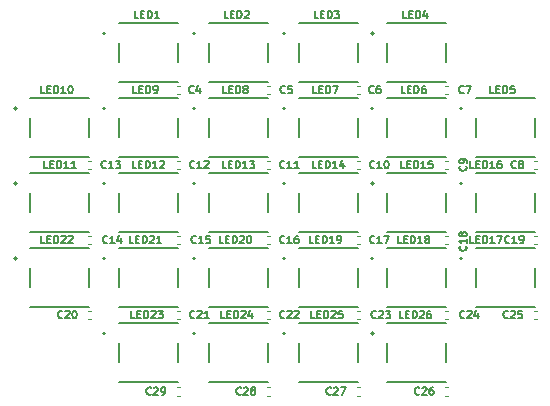
<source format=gto>
G04 #@! TF.GenerationSoftware,KiCad,Pcbnew,(6.0.0)*
G04 #@! TF.CreationDate,2022-04-16T23:03:05-07:00*
G04 #@! TF.ProjectId,YellCubeLights,59656c6c-4375-4626-954c-69676874732e,rev?*
G04 #@! TF.SameCoordinates,Original*
G04 #@! TF.FileFunction,Legend,Top*
G04 #@! TF.FilePolarity,Positive*
%FSLAX46Y46*%
G04 Gerber Fmt 4.6, Leading zero omitted, Abs format (unit mm)*
G04 Created by KiCad (PCBNEW (6.0.0)) date 2022-04-16 23:03:05*
%MOMM*%
%LPD*%
G01*
G04 APERTURE LIST*
%ADD10C,0.127000*%
%ADD11C,0.200000*%
%ADD12C,0.120000*%
G04 APERTURE END LIST*
D10*
X161039023Y-93124261D02*
X160736642Y-93124261D01*
X160736642Y-92489261D01*
X161250690Y-92791642D02*
X161462357Y-92791642D01*
X161553071Y-93124261D02*
X161250690Y-93124261D01*
X161250690Y-92489261D01*
X161553071Y-92489261D01*
X161825214Y-93124261D02*
X161825214Y-92489261D01*
X161976404Y-92489261D01*
X162067119Y-92519500D01*
X162127595Y-92579976D01*
X162157833Y-92640452D01*
X162188071Y-92761404D01*
X162188071Y-92852119D01*
X162157833Y-92973071D01*
X162127595Y-93033547D01*
X162067119Y-93094023D01*
X161976404Y-93124261D01*
X161825214Y-93124261D01*
X162792833Y-93124261D02*
X162429976Y-93124261D01*
X162611404Y-93124261D02*
X162611404Y-92489261D01*
X162550928Y-92579976D01*
X162490452Y-92640452D01*
X162429976Y-92670690D01*
X163367357Y-92489261D02*
X163064976Y-92489261D01*
X163034738Y-92791642D01*
X163064976Y-92761404D01*
X163125452Y-92731166D01*
X163276642Y-92731166D01*
X163337119Y-92761404D01*
X163367357Y-92791642D01*
X163397595Y-92852119D01*
X163397595Y-93003309D01*
X163367357Y-93063785D01*
X163337119Y-93094023D01*
X163276642Y-93124261D01*
X163125452Y-93124261D01*
X163064976Y-93094023D01*
X163034738Y-93063785D01*
X138179023Y-105824261D02*
X137876642Y-105824261D01*
X137876642Y-105189261D01*
X138390690Y-105491642D02*
X138602357Y-105491642D01*
X138693071Y-105824261D02*
X138390690Y-105824261D01*
X138390690Y-105189261D01*
X138693071Y-105189261D01*
X138965214Y-105824261D02*
X138965214Y-105189261D01*
X139116404Y-105189261D01*
X139207119Y-105219500D01*
X139267595Y-105279976D01*
X139297833Y-105340452D01*
X139328071Y-105461404D01*
X139328071Y-105552119D01*
X139297833Y-105673071D01*
X139267595Y-105733547D01*
X139207119Y-105794023D01*
X139116404Y-105824261D01*
X138965214Y-105824261D01*
X139569976Y-105249738D02*
X139600214Y-105219500D01*
X139660690Y-105189261D01*
X139811880Y-105189261D01*
X139872357Y-105219500D01*
X139902595Y-105249738D01*
X139932833Y-105310214D01*
X139932833Y-105370690D01*
X139902595Y-105461404D01*
X139539738Y-105824261D01*
X139932833Y-105824261D01*
X140144500Y-105189261D02*
X140537595Y-105189261D01*
X140325928Y-105431166D01*
X140416642Y-105431166D01*
X140477119Y-105461404D01*
X140507357Y-105491642D01*
X140537595Y-105552119D01*
X140537595Y-105703309D01*
X140507357Y-105763785D01*
X140477119Y-105794023D01*
X140416642Y-105824261D01*
X140235214Y-105824261D01*
X140174738Y-105794023D01*
X140144500Y-105763785D01*
X145799023Y-105824261D02*
X145496642Y-105824261D01*
X145496642Y-105189261D01*
X146010690Y-105491642D02*
X146222357Y-105491642D01*
X146313071Y-105824261D02*
X146010690Y-105824261D01*
X146010690Y-105189261D01*
X146313071Y-105189261D01*
X146585214Y-105824261D02*
X146585214Y-105189261D01*
X146736404Y-105189261D01*
X146827119Y-105219500D01*
X146887595Y-105279976D01*
X146917833Y-105340452D01*
X146948071Y-105461404D01*
X146948071Y-105552119D01*
X146917833Y-105673071D01*
X146887595Y-105733547D01*
X146827119Y-105794023D01*
X146736404Y-105824261D01*
X146585214Y-105824261D01*
X147189976Y-105249738D02*
X147220214Y-105219500D01*
X147280690Y-105189261D01*
X147431880Y-105189261D01*
X147492357Y-105219500D01*
X147522595Y-105249738D01*
X147552833Y-105310214D01*
X147552833Y-105370690D01*
X147522595Y-105461404D01*
X147159738Y-105824261D01*
X147552833Y-105824261D01*
X148097119Y-105400928D02*
X148097119Y-105824261D01*
X147945928Y-105159023D02*
X147794738Y-105612595D01*
X148187833Y-105612595D01*
X169771785Y-105763785D02*
X169741547Y-105794023D01*
X169650833Y-105824261D01*
X169590357Y-105824261D01*
X169499642Y-105794023D01*
X169439166Y-105733547D01*
X169408928Y-105673071D01*
X169378690Y-105552119D01*
X169378690Y-105461404D01*
X169408928Y-105340452D01*
X169439166Y-105279976D01*
X169499642Y-105219500D01*
X169590357Y-105189261D01*
X169650833Y-105189261D01*
X169741547Y-105219500D01*
X169771785Y-105249738D01*
X170013690Y-105249738D02*
X170043928Y-105219500D01*
X170104404Y-105189261D01*
X170255595Y-105189261D01*
X170316071Y-105219500D01*
X170346309Y-105249738D01*
X170376547Y-105310214D01*
X170376547Y-105370690D01*
X170346309Y-105461404D01*
X169983452Y-105824261D01*
X170376547Y-105824261D01*
X170951071Y-105189261D02*
X170648690Y-105189261D01*
X170618452Y-105491642D01*
X170648690Y-105461404D01*
X170709166Y-105431166D01*
X170860357Y-105431166D01*
X170920833Y-105461404D01*
X170951071Y-105491642D01*
X170981309Y-105552119D01*
X170981309Y-105703309D01*
X170951071Y-105763785D01*
X170920833Y-105794023D01*
X170860357Y-105824261D01*
X170709166Y-105824261D01*
X170648690Y-105794023D01*
X170618452Y-105763785D01*
X145926023Y-93124261D02*
X145623642Y-93124261D01*
X145623642Y-92489261D01*
X146137690Y-92791642D02*
X146349357Y-92791642D01*
X146440071Y-93124261D02*
X146137690Y-93124261D01*
X146137690Y-92489261D01*
X146440071Y-92489261D01*
X146712214Y-93124261D02*
X146712214Y-92489261D01*
X146863404Y-92489261D01*
X146954119Y-92519500D01*
X147014595Y-92579976D01*
X147044833Y-92640452D01*
X147075071Y-92761404D01*
X147075071Y-92852119D01*
X147044833Y-92973071D01*
X147014595Y-93033547D01*
X146954119Y-93094023D01*
X146863404Y-93124261D01*
X146712214Y-93124261D01*
X147679833Y-93124261D02*
X147316976Y-93124261D01*
X147498404Y-93124261D02*
X147498404Y-92489261D01*
X147437928Y-92579976D01*
X147377452Y-92640452D01*
X147316976Y-92670690D01*
X147891500Y-92489261D02*
X148284595Y-92489261D01*
X148072928Y-92731166D01*
X148163642Y-92731166D01*
X148224119Y-92761404D01*
X148254357Y-92791642D01*
X148284595Y-92852119D01*
X148284595Y-93003309D01*
X148254357Y-93063785D01*
X148224119Y-93094023D01*
X148163642Y-93124261D01*
X147982214Y-93124261D01*
X147921738Y-93094023D01*
X147891500Y-93063785D01*
X169898785Y-99413785D02*
X169868547Y-99444023D01*
X169777833Y-99474261D01*
X169717357Y-99474261D01*
X169626642Y-99444023D01*
X169566166Y-99383547D01*
X169535928Y-99323071D01*
X169505690Y-99202119D01*
X169505690Y-99111404D01*
X169535928Y-98990452D01*
X169566166Y-98929976D01*
X169626642Y-98869500D01*
X169717357Y-98839261D01*
X169777833Y-98839261D01*
X169868547Y-98869500D01*
X169898785Y-98899738D01*
X170503547Y-99474261D02*
X170140690Y-99474261D01*
X170322119Y-99474261D02*
X170322119Y-98839261D01*
X170261642Y-98929976D01*
X170201166Y-98990452D01*
X170140690Y-99020690D01*
X170805928Y-99474261D02*
X170926880Y-99474261D01*
X170987357Y-99444023D01*
X171017595Y-99413785D01*
X171078071Y-99323071D01*
X171108309Y-99202119D01*
X171108309Y-98960214D01*
X171078071Y-98899738D01*
X171047833Y-98869500D01*
X170987357Y-98839261D01*
X170866404Y-98839261D01*
X170805928Y-98869500D01*
X170775690Y-98899738D01*
X170745452Y-98960214D01*
X170745452Y-99111404D01*
X170775690Y-99171880D01*
X170805928Y-99202119D01*
X170866404Y-99232357D01*
X170987357Y-99232357D01*
X171047833Y-99202119D01*
X171078071Y-99171880D01*
X171108309Y-99111404D01*
X160912023Y-105824261D02*
X160609642Y-105824261D01*
X160609642Y-105189261D01*
X161123690Y-105491642D02*
X161335357Y-105491642D01*
X161426071Y-105824261D02*
X161123690Y-105824261D01*
X161123690Y-105189261D01*
X161426071Y-105189261D01*
X161698214Y-105824261D02*
X161698214Y-105189261D01*
X161849404Y-105189261D01*
X161940119Y-105219500D01*
X162000595Y-105279976D01*
X162030833Y-105340452D01*
X162061071Y-105461404D01*
X162061071Y-105552119D01*
X162030833Y-105673071D01*
X162000595Y-105733547D01*
X161940119Y-105794023D01*
X161849404Y-105824261D01*
X161698214Y-105824261D01*
X162302976Y-105249738D02*
X162333214Y-105219500D01*
X162393690Y-105189261D01*
X162544880Y-105189261D01*
X162605357Y-105219500D01*
X162635595Y-105249738D01*
X162665833Y-105310214D01*
X162665833Y-105370690D01*
X162635595Y-105461404D01*
X162272738Y-105824261D01*
X162665833Y-105824261D01*
X163210119Y-105189261D02*
X163089166Y-105189261D01*
X163028690Y-105219500D01*
X162998452Y-105249738D01*
X162937976Y-105340452D01*
X162907738Y-105461404D01*
X162907738Y-105703309D01*
X162937976Y-105763785D01*
X162968214Y-105794023D01*
X163028690Y-105824261D01*
X163149642Y-105824261D01*
X163210119Y-105794023D01*
X163240357Y-105763785D01*
X163270595Y-105703309D01*
X163270595Y-105552119D01*
X163240357Y-105491642D01*
X163210119Y-105461404D01*
X163149642Y-105431166D01*
X163028690Y-105431166D01*
X162968214Y-105461404D01*
X162937976Y-105491642D01*
X162907738Y-105552119D01*
X161214404Y-80424261D02*
X160912023Y-80424261D01*
X160912023Y-79789261D01*
X161426071Y-80091642D02*
X161637738Y-80091642D01*
X161728452Y-80424261D02*
X161426071Y-80424261D01*
X161426071Y-79789261D01*
X161728452Y-79789261D01*
X162000595Y-80424261D02*
X162000595Y-79789261D01*
X162151785Y-79789261D01*
X162242500Y-79819500D01*
X162302976Y-79879976D01*
X162333214Y-79940452D01*
X162363452Y-80061404D01*
X162363452Y-80152119D01*
X162333214Y-80273071D01*
X162302976Y-80333547D01*
X162242500Y-80394023D01*
X162151785Y-80424261D01*
X162000595Y-80424261D01*
X162907738Y-80000928D02*
X162907738Y-80424261D01*
X162756547Y-79759023D02*
X162605357Y-80212595D01*
X162998452Y-80212595D01*
X150848785Y-93063785D02*
X150818547Y-93094023D01*
X150727833Y-93124261D01*
X150667357Y-93124261D01*
X150576642Y-93094023D01*
X150516166Y-93033547D01*
X150485928Y-92973071D01*
X150455690Y-92852119D01*
X150455690Y-92761404D01*
X150485928Y-92640452D01*
X150516166Y-92579976D01*
X150576642Y-92519500D01*
X150667357Y-92489261D01*
X150727833Y-92489261D01*
X150818547Y-92519500D01*
X150848785Y-92549738D01*
X151453547Y-93124261D02*
X151090690Y-93124261D01*
X151272119Y-93124261D02*
X151272119Y-92489261D01*
X151211642Y-92579976D01*
X151151166Y-92640452D01*
X151090690Y-92670690D01*
X152058309Y-93124261D02*
X151695452Y-93124261D01*
X151876880Y-93124261D02*
X151876880Y-92489261D01*
X151816404Y-92579976D01*
X151755928Y-92640452D01*
X151695452Y-92670690D01*
X170455166Y-93063785D02*
X170424928Y-93094023D01*
X170334214Y-93124261D01*
X170273738Y-93124261D01*
X170183023Y-93094023D01*
X170122547Y-93033547D01*
X170092309Y-92973071D01*
X170062071Y-92852119D01*
X170062071Y-92761404D01*
X170092309Y-92640452D01*
X170122547Y-92579976D01*
X170183023Y-92519500D01*
X170273738Y-92489261D01*
X170334214Y-92489261D01*
X170424928Y-92519500D01*
X170455166Y-92549738D01*
X170818023Y-92761404D02*
X170757547Y-92731166D01*
X170727309Y-92700928D01*
X170697071Y-92640452D01*
X170697071Y-92610214D01*
X170727309Y-92549738D01*
X170757547Y-92519500D01*
X170818023Y-92489261D01*
X170938976Y-92489261D01*
X170999452Y-92519500D01*
X171029690Y-92549738D01*
X171059928Y-92610214D01*
X171059928Y-92640452D01*
X171029690Y-92700928D01*
X170999452Y-92731166D01*
X170938976Y-92761404D01*
X170818023Y-92761404D01*
X170757547Y-92791642D01*
X170727309Y-92821880D01*
X170697071Y-92882357D01*
X170697071Y-93003309D01*
X170727309Y-93063785D01*
X170757547Y-93094023D01*
X170818023Y-93124261D01*
X170938976Y-93124261D01*
X170999452Y-93094023D01*
X171029690Y-93063785D01*
X171059928Y-93003309D01*
X171059928Y-92882357D01*
X171029690Y-92821880D01*
X170999452Y-92791642D01*
X170938976Y-92761404D01*
X138481404Y-80424261D02*
X138179023Y-80424261D01*
X138179023Y-79789261D01*
X138693071Y-80091642D02*
X138904738Y-80091642D01*
X138995452Y-80424261D02*
X138693071Y-80424261D01*
X138693071Y-79789261D01*
X138995452Y-79789261D01*
X139267595Y-80424261D02*
X139267595Y-79789261D01*
X139418785Y-79789261D01*
X139509500Y-79819500D01*
X139569976Y-79879976D01*
X139600214Y-79940452D01*
X139630452Y-80061404D01*
X139630452Y-80152119D01*
X139600214Y-80273071D01*
X139569976Y-80333547D01*
X139509500Y-80394023D01*
X139418785Y-80424261D01*
X139267595Y-80424261D01*
X140235214Y-80424261D02*
X139872357Y-80424261D01*
X140053785Y-80424261D02*
X140053785Y-79789261D01*
X139993309Y-79879976D01*
X139932833Y-79940452D01*
X139872357Y-79970690D01*
X147165785Y-112240785D02*
X147135547Y-112271023D01*
X147044833Y-112301261D01*
X146984357Y-112301261D01*
X146893642Y-112271023D01*
X146833166Y-112210547D01*
X146802928Y-112150071D01*
X146772690Y-112029119D01*
X146772690Y-111938404D01*
X146802928Y-111817452D01*
X146833166Y-111756976D01*
X146893642Y-111696500D01*
X146984357Y-111666261D01*
X147044833Y-111666261D01*
X147135547Y-111696500D01*
X147165785Y-111726738D01*
X147407690Y-111726738D02*
X147437928Y-111696500D01*
X147498404Y-111666261D01*
X147649595Y-111666261D01*
X147710071Y-111696500D01*
X147740309Y-111726738D01*
X147770547Y-111787214D01*
X147770547Y-111847690D01*
X147740309Y-111938404D01*
X147377452Y-112301261D01*
X147770547Y-112301261D01*
X148133404Y-111938404D02*
X148072928Y-111908166D01*
X148042690Y-111877928D01*
X148012452Y-111817452D01*
X148012452Y-111787214D01*
X148042690Y-111726738D01*
X148072928Y-111696500D01*
X148133404Y-111666261D01*
X148254357Y-111666261D01*
X148314833Y-111696500D01*
X148345071Y-111726738D01*
X148375309Y-111787214D01*
X148375309Y-111817452D01*
X148345071Y-111877928D01*
X148314833Y-111908166D01*
X148254357Y-111938404D01*
X148133404Y-111938404D01*
X148072928Y-111968642D01*
X148042690Y-111998880D01*
X148012452Y-112059357D01*
X148012452Y-112180309D01*
X148042690Y-112240785D01*
X148072928Y-112271023D01*
X148133404Y-112301261D01*
X148254357Y-112301261D01*
X148314833Y-112271023D01*
X148345071Y-112240785D01*
X148375309Y-112180309D01*
X148375309Y-112059357D01*
X148345071Y-111998880D01*
X148314833Y-111968642D01*
X148254357Y-111938404D01*
X166088785Y-105763785D02*
X166058547Y-105794023D01*
X165967833Y-105824261D01*
X165907357Y-105824261D01*
X165816642Y-105794023D01*
X165756166Y-105733547D01*
X165725928Y-105673071D01*
X165695690Y-105552119D01*
X165695690Y-105461404D01*
X165725928Y-105340452D01*
X165756166Y-105279976D01*
X165816642Y-105219500D01*
X165907357Y-105189261D01*
X165967833Y-105189261D01*
X166058547Y-105219500D01*
X166088785Y-105249738D01*
X166330690Y-105249738D02*
X166360928Y-105219500D01*
X166421404Y-105189261D01*
X166572595Y-105189261D01*
X166633071Y-105219500D01*
X166663309Y-105249738D01*
X166693547Y-105310214D01*
X166693547Y-105370690D01*
X166663309Y-105461404D01*
X166300452Y-105824261D01*
X166693547Y-105824261D01*
X167237833Y-105400928D02*
X167237833Y-105824261D01*
X167086642Y-105159023D02*
X166935452Y-105612595D01*
X167328547Y-105612595D01*
X158468785Y-93063785D02*
X158438547Y-93094023D01*
X158347833Y-93124261D01*
X158287357Y-93124261D01*
X158196642Y-93094023D01*
X158136166Y-93033547D01*
X158105928Y-92973071D01*
X158075690Y-92852119D01*
X158075690Y-92761404D01*
X158105928Y-92640452D01*
X158136166Y-92579976D01*
X158196642Y-92519500D01*
X158287357Y-92489261D01*
X158347833Y-92489261D01*
X158438547Y-92519500D01*
X158468785Y-92549738D01*
X159073547Y-93124261D02*
X158710690Y-93124261D01*
X158892119Y-93124261D02*
X158892119Y-92489261D01*
X158831642Y-92579976D01*
X158771166Y-92640452D01*
X158710690Y-92670690D01*
X159466642Y-92489261D02*
X159527119Y-92489261D01*
X159587595Y-92519500D01*
X159617833Y-92549738D01*
X159648071Y-92610214D01*
X159678309Y-92731166D01*
X159678309Y-92882357D01*
X159648071Y-93003309D01*
X159617833Y-93063785D01*
X159587595Y-93094023D01*
X159527119Y-93124261D01*
X159466642Y-93124261D01*
X159406166Y-93094023D01*
X159375928Y-93063785D01*
X159345690Y-93003309D01*
X159315452Y-92882357D01*
X159315452Y-92731166D01*
X159345690Y-92610214D01*
X159375928Y-92549738D01*
X159406166Y-92519500D01*
X159466642Y-92489261D01*
X150897166Y-86713785D02*
X150866928Y-86744023D01*
X150776214Y-86774261D01*
X150715738Y-86774261D01*
X150625023Y-86744023D01*
X150564547Y-86683547D01*
X150534309Y-86623071D01*
X150504071Y-86502119D01*
X150504071Y-86411404D01*
X150534309Y-86290452D01*
X150564547Y-86229976D01*
X150625023Y-86169500D01*
X150715738Y-86139261D01*
X150776214Y-86139261D01*
X150866928Y-86169500D01*
X150897166Y-86199738D01*
X151471690Y-86139261D02*
X151169309Y-86139261D01*
X151139071Y-86441642D01*
X151169309Y-86411404D01*
X151229785Y-86381166D01*
X151380976Y-86381166D01*
X151441452Y-86411404D01*
X151471690Y-86441642D01*
X151501928Y-86502119D01*
X151501928Y-86653309D01*
X151471690Y-86713785D01*
X151441452Y-86744023D01*
X151380976Y-86774261D01*
X151229785Y-86774261D01*
X151169309Y-86744023D01*
X151139071Y-86713785D01*
X166881023Y-93124261D02*
X166578642Y-93124261D01*
X166578642Y-92489261D01*
X167092690Y-92791642D02*
X167304357Y-92791642D01*
X167395071Y-93124261D02*
X167092690Y-93124261D01*
X167092690Y-92489261D01*
X167395071Y-92489261D01*
X167667214Y-93124261D02*
X167667214Y-92489261D01*
X167818404Y-92489261D01*
X167909119Y-92519500D01*
X167969595Y-92579976D01*
X167999833Y-92640452D01*
X168030071Y-92761404D01*
X168030071Y-92852119D01*
X167999833Y-92973071D01*
X167969595Y-93033547D01*
X167909119Y-93094023D01*
X167818404Y-93124261D01*
X167667214Y-93124261D01*
X168634833Y-93124261D02*
X168271976Y-93124261D01*
X168453404Y-93124261D02*
X168453404Y-92489261D01*
X168392928Y-92579976D01*
X168332452Y-92640452D01*
X168271976Y-92670690D01*
X169179119Y-92489261D02*
X169058166Y-92489261D01*
X168997690Y-92519500D01*
X168967452Y-92549738D01*
X168906976Y-92640452D01*
X168876738Y-92761404D01*
X168876738Y-93003309D01*
X168906976Y-93063785D01*
X168937214Y-93094023D01*
X168997690Y-93124261D01*
X169118642Y-93124261D01*
X169179119Y-93094023D01*
X169209357Y-93063785D01*
X169239595Y-93003309D01*
X169239595Y-92852119D01*
X169209357Y-92791642D01*
X169179119Y-92761404D01*
X169118642Y-92731166D01*
X168997690Y-92731166D01*
X168937214Y-92761404D01*
X168906976Y-92791642D01*
X168876738Y-92852119D01*
X138354404Y-86774261D02*
X138052023Y-86774261D01*
X138052023Y-86139261D01*
X138566071Y-86441642D02*
X138777738Y-86441642D01*
X138868452Y-86774261D02*
X138566071Y-86774261D01*
X138566071Y-86139261D01*
X138868452Y-86139261D01*
X139140595Y-86774261D02*
X139140595Y-86139261D01*
X139291785Y-86139261D01*
X139382500Y-86169500D01*
X139442976Y-86229976D01*
X139473214Y-86290452D01*
X139503452Y-86411404D01*
X139503452Y-86502119D01*
X139473214Y-86623071D01*
X139442976Y-86683547D01*
X139382500Y-86744023D01*
X139291785Y-86774261D01*
X139140595Y-86774261D01*
X139805833Y-86774261D02*
X139926785Y-86774261D01*
X139987261Y-86744023D01*
X140017500Y-86713785D01*
X140077976Y-86623071D01*
X140108214Y-86502119D01*
X140108214Y-86260214D01*
X140077976Y-86199738D01*
X140047738Y-86169500D01*
X139987261Y-86139261D01*
X139866309Y-86139261D01*
X139805833Y-86169500D01*
X139775595Y-86199738D01*
X139745357Y-86260214D01*
X139745357Y-86411404D01*
X139775595Y-86471880D01*
X139805833Y-86502119D01*
X139866309Y-86532357D01*
X139987261Y-86532357D01*
X140047738Y-86502119D01*
X140077976Y-86471880D01*
X140108214Y-86411404D01*
X166215785Y-99722214D02*
X166246023Y-99752452D01*
X166276261Y-99843166D01*
X166276261Y-99903642D01*
X166246023Y-99994357D01*
X166185547Y-100054833D01*
X166125071Y-100085071D01*
X166004119Y-100115309D01*
X165913404Y-100115309D01*
X165792452Y-100085071D01*
X165731976Y-100054833D01*
X165671500Y-99994357D01*
X165641261Y-99903642D01*
X165641261Y-99843166D01*
X165671500Y-99752452D01*
X165701738Y-99722214D01*
X166276261Y-99117452D02*
X166276261Y-99480309D01*
X166276261Y-99298880D02*
X165641261Y-99298880D01*
X165731976Y-99359357D01*
X165792452Y-99419833D01*
X165822690Y-99480309D01*
X165913404Y-98754595D02*
X165883166Y-98815071D01*
X165852928Y-98845309D01*
X165792452Y-98875547D01*
X165762214Y-98875547D01*
X165701738Y-98845309D01*
X165671500Y-98815071D01*
X165641261Y-98754595D01*
X165641261Y-98633642D01*
X165671500Y-98573166D01*
X165701738Y-98542928D01*
X165762214Y-98512690D01*
X165792452Y-98512690D01*
X165852928Y-98542928D01*
X165883166Y-98573166D01*
X165913404Y-98633642D01*
X165913404Y-98754595D01*
X165943642Y-98815071D01*
X165973880Y-98845309D01*
X166034357Y-98875547D01*
X166155309Y-98875547D01*
X166215785Y-98845309D01*
X166246023Y-98815071D01*
X166276261Y-98754595D01*
X166276261Y-98633642D01*
X166246023Y-98573166D01*
X166215785Y-98542928D01*
X166155309Y-98512690D01*
X166034357Y-98512690D01*
X165973880Y-98542928D01*
X165943642Y-98573166D01*
X165913404Y-98633642D01*
X138306023Y-93124261D02*
X138003642Y-93124261D01*
X138003642Y-92489261D01*
X138517690Y-92791642D02*
X138729357Y-92791642D01*
X138820071Y-93124261D02*
X138517690Y-93124261D01*
X138517690Y-92489261D01*
X138820071Y-92489261D01*
X139092214Y-93124261D02*
X139092214Y-92489261D01*
X139243404Y-92489261D01*
X139334119Y-92519500D01*
X139394595Y-92579976D01*
X139424833Y-92640452D01*
X139455071Y-92761404D01*
X139455071Y-92852119D01*
X139424833Y-92973071D01*
X139394595Y-93033547D01*
X139334119Y-93094023D01*
X139243404Y-93124261D01*
X139092214Y-93124261D01*
X140059833Y-93124261D02*
X139696976Y-93124261D01*
X139878404Y-93124261D02*
X139878404Y-92489261D01*
X139817928Y-92579976D01*
X139757452Y-92640452D01*
X139696976Y-92670690D01*
X140301738Y-92549738D02*
X140331976Y-92519500D01*
X140392452Y-92489261D01*
X140543642Y-92489261D01*
X140604119Y-92519500D01*
X140634357Y-92549738D01*
X140664595Y-92610214D01*
X140664595Y-92670690D01*
X140634357Y-92761404D01*
X140271500Y-93124261D01*
X140664595Y-93124261D01*
X130559023Y-99474261D02*
X130256642Y-99474261D01*
X130256642Y-98839261D01*
X130770690Y-99141642D02*
X130982357Y-99141642D01*
X131073071Y-99474261D02*
X130770690Y-99474261D01*
X130770690Y-98839261D01*
X131073071Y-98839261D01*
X131345214Y-99474261D02*
X131345214Y-98839261D01*
X131496404Y-98839261D01*
X131587119Y-98869500D01*
X131647595Y-98929976D01*
X131677833Y-98990452D01*
X131708071Y-99111404D01*
X131708071Y-99202119D01*
X131677833Y-99323071D01*
X131647595Y-99383547D01*
X131587119Y-99444023D01*
X131496404Y-99474261D01*
X131345214Y-99474261D01*
X131949976Y-98899738D02*
X131980214Y-98869500D01*
X132040690Y-98839261D01*
X132191880Y-98839261D01*
X132252357Y-98869500D01*
X132282595Y-98899738D01*
X132312833Y-98960214D01*
X132312833Y-99020690D01*
X132282595Y-99111404D01*
X131919738Y-99474261D01*
X132312833Y-99474261D01*
X132554738Y-98899738D02*
X132584976Y-98869500D01*
X132645452Y-98839261D01*
X132796642Y-98839261D01*
X132857119Y-98869500D01*
X132887357Y-98899738D01*
X132917595Y-98960214D01*
X132917595Y-99020690D01*
X132887357Y-99111404D01*
X132524500Y-99474261D01*
X132917595Y-99474261D01*
X145672023Y-99474261D02*
X145369642Y-99474261D01*
X145369642Y-98839261D01*
X145883690Y-99141642D02*
X146095357Y-99141642D01*
X146186071Y-99474261D02*
X145883690Y-99474261D01*
X145883690Y-98839261D01*
X146186071Y-98839261D01*
X146458214Y-99474261D02*
X146458214Y-98839261D01*
X146609404Y-98839261D01*
X146700119Y-98869500D01*
X146760595Y-98929976D01*
X146790833Y-98990452D01*
X146821071Y-99111404D01*
X146821071Y-99202119D01*
X146790833Y-99323071D01*
X146760595Y-99383547D01*
X146700119Y-99444023D01*
X146609404Y-99474261D01*
X146458214Y-99474261D01*
X147062976Y-98899738D02*
X147093214Y-98869500D01*
X147153690Y-98839261D01*
X147304880Y-98839261D01*
X147365357Y-98869500D01*
X147395595Y-98899738D01*
X147425833Y-98960214D01*
X147425833Y-99020690D01*
X147395595Y-99111404D01*
X147032738Y-99474261D01*
X147425833Y-99474261D01*
X147818928Y-98839261D02*
X147879404Y-98839261D01*
X147939880Y-98869500D01*
X147970119Y-98899738D01*
X148000357Y-98960214D01*
X148030595Y-99081166D01*
X148030595Y-99232357D01*
X148000357Y-99353309D01*
X147970119Y-99413785D01*
X147939880Y-99444023D01*
X147879404Y-99474261D01*
X147818928Y-99474261D01*
X147758452Y-99444023D01*
X147728214Y-99413785D01*
X147697976Y-99353309D01*
X147667738Y-99232357D01*
X147667738Y-99081166D01*
X147697976Y-98960214D01*
X147728214Y-98899738D01*
X147758452Y-98869500D01*
X147818928Y-98839261D01*
X145974404Y-86774261D02*
X145672023Y-86774261D01*
X145672023Y-86139261D01*
X146186071Y-86441642D02*
X146397738Y-86441642D01*
X146488452Y-86774261D02*
X146186071Y-86774261D01*
X146186071Y-86139261D01*
X146488452Y-86139261D01*
X146760595Y-86774261D02*
X146760595Y-86139261D01*
X146911785Y-86139261D01*
X147002500Y-86169500D01*
X147062976Y-86229976D01*
X147093214Y-86290452D01*
X147123452Y-86411404D01*
X147123452Y-86502119D01*
X147093214Y-86623071D01*
X147062976Y-86683547D01*
X147002500Y-86744023D01*
X146911785Y-86774261D01*
X146760595Y-86774261D01*
X147486309Y-86411404D02*
X147425833Y-86381166D01*
X147395595Y-86350928D01*
X147365357Y-86290452D01*
X147365357Y-86260214D01*
X147395595Y-86199738D01*
X147425833Y-86169500D01*
X147486309Y-86139261D01*
X147607261Y-86139261D01*
X147667738Y-86169500D01*
X147697976Y-86199738D01*
X147728214Y-86260214D01*
X147728214Y-86290452D01*
X147697976Y-86350928D01*
X147667738Y-86381166D01*
X147607261Y-86411404D01*
X147486309Y-86411404D01*
X147425833Y-86441642D01*
X147395595Y-86471880D01*
X147365357Y-86532357D01*
X147365357Y-86653309D01*
X147395595Y-86713785D01*
X147425833Y-86744023D01*
X147486309Y-86774261D01*
X147607261Y-86774261D01*
X147667738Y-86744023D01*
X147697976Y-86713785D01*
X147728214Y-86653309D01*
X147728214Y-86532357D01*
X147697976Y-86471880D01*
X147667738Y-86441642D01*
X147607261Y-86411404D01*
X158468785Y-99413785D02*
X158438547Y-99444023D01*
X158347833Y-99474261D01*
X158287357Y-99474261D01*
X158196642Y-99444023D01*
X158136166Y-99383547D01*
X158105928Y-99323071D01*
X158075690Y-99202119D01*
X158075690Y-99111404D01*
X158105928Y-98990452D01*
X158136166Y-98929976D01*
X158196642Y-98869500D01*
X158287357Y-98839261D01*
X158347833Y-98839261D01*
X158438547Y-98869500D01*
X158468785Y-98899738D01*
X159073547Y-99474261D02*
X158710690Y-99474261D01*
X158892119Y-99474261D02*
X158892119Y-98839261D01*
X158831642Y-98929976D01*
X158771166Y-98990452D01*
X158710690Y-99020690D01*
X159285214Y-98839261D02*
X159708547Y-98839261D01*
X159436404Y-99474261D01*
X154785785Y-112240785D02*
X154755547Y-112271023D01*
X154664833Y-112301261D01*
X154604357Y-112301261D01*
X154513642Y-112271023D01*
X154453166Y-112210547D01*
X154422928Y-112150071D01*
X154392690Y-112029119D01*
X154392690Y-111938404D01*
X154422928Y-111817452D01*
X154453166Y-111756976D01*
X154513642Y-111696500D01*
X154604357Y-111666261D01*
X154664833Y-111666261D01*
X154755547Y-111696500D01*
X154785785Y-111726738D01*
X155027690Y-111726738D02*
X155057928Y-111696500D01*
X155118404Y-111666261D01*
X155269595Y-111666261D01*
X155330071Y-111696500D01*
X155360309Y-111726738D01*
X155390547Y-111787214D01*
X155390547Y-111847690D01*
X155360309Y-111938404D01*
X154997452Y-112301261D01*
X155390547Y-112301261D01*
X155602214Y-111666261D02*
X156025547Y-111666261D01*
X155753404Y-112301261D01*
X153577904Y-86774261D02*
X153275523Y-86774261D01*
X153275523Y-86139261D01*
X153789571Y-86441642D02*
X154001238Y-86441642D01*
X154091952Y-86774261D02*
X153789571Y-86774261D01*
X153789571Y-86139261D01*
X154091952Y-86139261D01*
X154364095Y-86774261D02*
X154364095Y-86139261D01*
X154515285Y-86139261D01*
X154606000Y-86169500D01*
X154666476Y-86229976D01*
X154696714Y-86290452D01*
X154726952Y-86411404D01*
X154726952Y-86502119D01*
X154696714Y-86623071D01*
X154666476Y-86683547D01*
X154606000Y-86744023D01*
X154515285Y-86774261D01*
X154364095Y-86774261D01*
X154938619Y-86139261D02*
X155361952Y-86139261D01*
X155089809Y-86774261D01*
X153546023Y-93124261D02*
X153243642Y-93124261D01*
X153243642Y-92489261D01*
X153757690Y-92791642D02*
X153969357Y-92791642D01*
X154060071Y-93124261D02*
X153757690Y-93124261D01*
X153757690Y-92489261D01*
X154060071Y-92489261D01*
X154332214Y-93124261D02*
X154332214Y-92489261D01*
X154483404Y-92489261D01*
X154574119Y-92519500D01*
X154634595Y-92579976D01*
X154664833Y-92640452D01*
X154695071Y-92761404D01*
X154695071Y-92852119D01*
X154664833Y-92973071D01*
X154634595Y-93033547D01*
X154574119Y-93094023D01*
X154483404Y-93124261D01*
X154332214Y-93124261D01*
X155299833Y-93124261D02*
X154936976Y-93124261D01*
X155118404Y-93124261D02*
X155118404Y-92489261D01*
X155057928Y-92579976D01*
X154997452Y-92640452D01*
X154936976Y-92670690D01*
X155844119Y-92700928D02*
X155844119Y-93124261D01*
X155692928Y-92459023D02*
X155541738Y-92912595D01*
X155934833Y-92912595D01*
X132052785Y-105763785D02*
X132022547Y-105794023D01*
X131931833Y-105824261D01*
X131871357Y-105824261D01*
X131780642Y-105794023D01*
X131720166Y-105733547D01*
X131689928Y-105673071D01*
X131659690Y-105552119D01*
X131659690Y-105461404D01*
X131689928Y-105340452D01*
X131720166Y-105279976D01*
X131780642Y-105219500D01*
X131871357Y-105189261D01*
X131931833Y-105189261D01*
X132022547Y-105219500D01*
X132052785Y-105249738D01*
X132294690Y-105249738D02*
X132324928Y-105219500D01*
X132385404Y-105189261D01*
X132536595Y-105189261D01*
X132597071Y-105219500D01*
X132627309Y-105249738D01*
X132657547Y-105310214D01*
X132657547Y-105370690D01*
X132627309Y-105461404D01*
X132264452Y-105824261D01*
X132657547Y-105824261D01*
X133050642Y-105189261D02*
X133111119Y-105189261D01*
X133171595Y-105219500D01*
X133201833Y-105249738D01*
X133232071Y-105310214D01*
X133262309Y-105431166D01*
X133262309Y-105582357D01*
X133232071Y-105703309D01*
X133201833Y-105763785D01*
X133171595Y-105794023D01*
X133111119Y-105824261D01*
X133050642Y-105824261D01*
X132990166Y-105794023D01*
X132959928Y-105763785D01*
X132929690Y-105703309D01*
X132899452Y-105582357D01*
X132899452Y-105431166D01*
X132929690Y-105310214D01*
X132959928Y-105249738D01*
X132990166Y-105219500D01*
X133050642Y-105189261D01*
X138052023Y-99474261D02*
X137749642Y-99474261D01*
X137749642Y-98839261D01*
X138263690Y-99141642D02*
X138475357Y-99141642D01*
X138566071Y-99474261D02*
X138263690Y-99474261D01*
X138263690Y-98839261D01*
X138566071Y-98839261D01*
X138838214Y-99474261D02*
X138838214Y-98839261D01*
X138989404Y-98839261D01*
X139080119Y-98869500D01*
X139140595Y-98929976D01*
X139170833Y-98990452D01*
X139201071Y-99111404D01*
X139201071Y-99202119D01*
X139170833Y-99323071D01*
X139140595Y-99383547D01*
X139080119Y-99444023D01*
X138989404Y-99474261D01*
X138838214Y-99474261D01*
X139442976Y-98899738D02*
X139473214Y-98869500D01*
X139533690Y-98839261D01*
X139684880Y-98839261D01*
X139745357Y-98869500D01*
X139775595Y-98899738D01*
X139805833Y-98960214D01*
X139805833Y-99020690D01*
X139775595Y-99111404D01*
X139412738Y-99474261D01*
X139805833Y-99474261D01*
X140410595Y-99474261D02*
X140047738Y-99474261D01*
X140229166Y-99474261D02*
X140229166Y-98839261D01*
X140168690Y-98929976D01*
X140108214Y-98990452D01*
X140047738Y-99020690D01*
X143150166Y-86713785D02*
X143119928Y-86744023D01*
X143029214Y-86774261D01*
X142968738Y-86774261D01*
X142878023Y-86744023D01*
X142817547Y-86683547D01*
X142787309Y-86623071D01*
X142757071Y-86502119D01*
X142757071Y-86411404D01*
X142787309Y-86290452D01*
X142817547Y-86229976D01*
X142878023Y-86169500D01*
X142968738Y-86139261D01*
X143029214Y-86139261D01*
X143119928Y-86169500D01*
X143150166Y-86199738D01*
X143694452Y-86350928D02*
X143694452Y-86774261D01*
X143543261Y-86109023D02*
X143392071Y-86562595D01*
X143785166Y-86562595D01*
X153721404Y-80424261D02*
X153419023Y-80424261D01*
X153419023Y-79789261D01*
X153933071Y-80091642D02*
X154144738Y-80091642D01*
X154235452Y-80424261D02*
X153933071Y-80424261D01*
X153933071Y-79789261D01*
X154235452Y-79789261D01*
X154507595Y-80424261D02*
X154507595Y-79789261D01*
X154658785Y-79789261D01*
X154749500Y-79819500D01*
X154809976Y-79879976D01*
X154840214Y-79940452D01*
X154870452Y-80061404D01*
X154870452Y-80152119D01*
X154840214Y-80273071D01*
X154809976Y-80333547D01*
X154749500Y-80394023D01*
X154658785Y-80424261D01*
X154507595Y-80424261D01*
X155082119Y-79789261D02*
X155475214Y-79789261D01*
X155263547Y-80031166D01*
X155354261Y-80031166D01*
X155414738Y-80061404D01*
X155444976Y-80091642D01*
X155475214Y-80152119D01*
X155475214Y-80303309D01*
X155444976Y-80363785D01*
X155414738Y-80394023D01*
X155354261Y-80424261D01*
X155172833Y-80424261D01*
X155112357Y-80394023D01*
X155082119Y-80363785D01*
X135735785Y-93063785D02*
X135705547Y-93094023D01*
X135614833Y-93124261D01*
X135554357Y-93124261D01*
X135463642Y-93094023D01*
X135403166Y-93033547D01*
X135372928Y-92973071D01*
X135342690Y-92852119D01*
X135342690Y-92761404D01*
X135372928Y-92640452D01*
X135403166Y-92579976D01*
X135463642Y-92519500D01*
X135554357Y-92489261D01*
X135614833Y-92489261D01*
X135705547Y-92519500D01*
X135735785Y-92549738D01*
X136340547Y-93124261D02*
X135977690Y-93124261D01*
X136159119Y-93124261D02*
X136159119Y-92489261D01*
X136098642Y-92579976D01*
X136038166Y-92640452D01*
X135977690Y-92670690D01*
X136552214Y-92489261D02*
X136945309Y-92489261D01*
X136733642Y-92731166D01*
X136824357Y-92731166D01*
X136884833Y-92761404D01*
X136915071Y-92791642D01*
X136945309Y-92852119D01*
X136945309Y-93003309D01*
X136915071Y-93063785D01*
X136884833Y-93094023D01*
X136824357Y-93124261D01*
X136642928Y-93124261D01*
X136582452Y-93094023D01*
X136552214Y-93063785D01*
X162278785Y-112240785D02*
X162248547Y-112271023D01*
X162157833Y-112301261D01*
X162097357Y-112301261D01*
X162006642Y-112271023D01*
X161946166Y-112210547D01*
X161915928Y-112150071D01*
X161885690Y-112029119D01*
X161885690Y-111938404D01*
X161915928Y-111817452D01*
X161946166Y-111756976D01*
X162006642Y-111696500D01*
X162097357Y-111666261D01*
X162157833Y-111666261D01*
X162248547Y-111696500D01*
X162278785Y-111726738D01*
X162520690Y-111726738D02*
X162550928Y-111696500D01*
X162611404Y-111666261D01*
X162762595Y-111666261D01*
X162823071Y-111696500D01*
X162853309Y-111726738D01*
X162883547Y-111787214D01*
X162883547Y-111847690D01*
X162853309Y-111938404D01*
X162490452Y-112301261D01*
X162883547Y-112301261D01*
X163427833Y-111666261D02*
X163306880Y-111666261D01*
X163246404Y-111696500D01*
X163216166Y-111726738D01*
X163155690Y-111817452D01*
X163125452Y-111938404D01*
X163125452Y-112180309D01*
X163155690Y-112240785D01*
X163185928Y-112271023D01*
X163246404Y-112301261D01*
X163367357Y-112301261D01*
X163427833Y-112271023D01*
X163458071Y-112240785D01*
X163488309Y-112180309D01*
X163488309Y-112029119D01*
X163458071Y-111968642D01*
X163427833Y-111938404D01*
X163367357Y-111908166D01*
X163246404Y-111908166D01*
X163185928Y-111938404D01*
X163155690Y-111968642D01*
X163125452Y-112029119D01*
X161070904Y-86774261D02*
X160768523Y-86774261D01*
X160768523Y-86139261D01*
X161282571Y-86441642D02*
X161494238Y-86441642D01*
X161584952Y-86774261D02*
X161282571Y-86774261D01*
X161282571Y-86139261D01*
X161584952Y-86139261D01*
X161857095Y-86774261D02*
X161857095Y-86139261D01*
X162008285Y-86139261D01*
X162099000Y-86169500D01*
X162159476Y-86229976D01*
X162189714Y-86290452D01*
X162219952Y-86411404D01*
X162219952Y-86502119D01*
X162189714Y-86623071D01*
X162159476Y-86683547D01*
X162099000Y-86744023D01*
X162008285Y-86774261D01*
X161857095Y-86774261D01*
X162764238Y-86139261D02*
X162643285Y-86139261D01*
X162582809Y-86169500D01*
X162552571Y-86199738D01*
X162492095Y-86290452D01*
X162461857Y-86411404D01*
X162461857Y-86653309D01*
X162492095Y-86713785D01*
X162522333Y-86744023D01*
X162582809Y-86774261D01*
X162703761Y-86774261D01*
X162764238Y-86744023D01*
X162794476Y-86713785D01*
X162824714Y-86653309D01*
X162824714Y-86502119D01*
X162794476Y-86441642D01*
X162764238Y-86411404D01*
X162703761Y-86381166D01*
X162582809Y-86381166D01*
X162522333Y-86411404D01*
X162492095Y-86441642D01*
X162461857Y-86502119D01*
X158595785Y-105763785D02*
X158565547Y-105794023D01*
X158474833Y-105824261D01*
X158414357Y-105824261D01*
X158323642Y-105794023D01*
X158263166Y-105733547D01*
X158232928Y-105673071D01*
X158202690Y-105552119D01*
X158202690Y-105461404D01*
X158232928Y-105340452D01*
X158263166Y-105279976D01*
X158323642Y-105219500D01*
X158414357Y-105189261D01*
X158474833Y-105189261D01*
X158565547Y-105219500D01*
X158595785Y-105249738D01*
X158837690Y-105249738D02*
X158867928Y-105219500D01*
X158928404Y-105189261D01*
X159079595Y-105189261D01*
X159140071Y-105219500D01*
X159170309Y-105249738D01*
X159200547Y-105310214D01*
X159200547Y-105370690D01*
X159170309Y-105461404D01*
X158807452Y-105824261D01*
X159200547Y-105824261D01*
X159412214Y-105189261D02*
X159805309Y-105189261D01*
X159593642Y-105431166D01*
X159684357Y-105431166D01*
X159744833Y-105461404D01*
X159775071Y-105491642D01*
X159805309Y-105552119D01*
X159805309Y-105703309D01*
X159775071Y-105763785D01*
X159744833Y-105794023D01*
X159684357Y-105824261D01*
X159502928Y-105824261D01*
X159442452Y-105794023D01*
X159412214Y-105763785D01*
X153419023Y-105824261D02*
X153116642Y-105824261D01*
X153116642Y-105189261D01*
X153630690Y-105491642D02*
X153842357Y-105491642D01*
X153933071Y-105824261D02*
X153630690Y-105824261D01*
X153630690Y-105189261D01*
X153933071Y-105189261D01*
X154205214Y-105824261D02*
X154205214Y-105189261D01*
X154356404Y-105189261D01*
X154447119Y-105219500D01*
X154507595Y-105279976D01*
X154537833Y-105340452D01*
X154568071Y-105461404D01*
X154568071Y-105552119D01*
X154537833Y-105673071D01*
X154507595Y-105733547D01*
X154447119Y-105794023D01*
X154356404Y-105824261D01*
X154205214Y-105824261D01*
X154809976Y-105249738D02*
X154840214Y-105219500D01*
X154900690Y-105189261D01*
X155051880Y-105189261D01*
X155112357Y-105219500D01*
X155142595Y-105249738D01*
X155172833Y-105310214D01*
X155172833Y-105370690D01*
X155142595Y-105461404D01*
X154779738Y-105824261D01*
X155172833Y-105824261D01*
X155747357Y-105189261D02*
X155444976Y-105189261D01*
X155414738Y-105491642D01*
X155444976Y-105461404D01*
X155505452Y-105431166D01*
X155656642Y-105431166D01*
X155717119Y-105461404D01*
X155747357Y-105491642D01*
X155777595Y-105552119D01*
X155777595Y-105703309D01*
X155747357Y-105763785D01*
X155717119Y-105794023D01*
X155656642Y-105824261D01*
X155505452Y-105824261D01*
X155444976Y-105794023D01*
X155414738Y-105763785D01*
X150848785Y-99413785D02*
X150818547Y-99444023D01*
X150727833Y-99474261D01*
X150667357Y-99474261D01*
X150576642Y-99444023D01*
X150516166Y-99383547D01*
X150485928Y-99323071D01*
X150455690Y-99202119D01*
X150455690Y-99111404D01*
X150485928Y-98990452D01*
X150516166Y-98929976D01*
X150576642Y-98869500D01*
X150667357Y-98839261D01*
X150727833Y-98839261D01*
X150818547Y-98869500D01*
X150848785Y-98899738D01*
X151453547Y-99474261D02*
X151090690Y-99474261D01*
X151272119Y-99474261D02*
X151272119Y-98839261D01*
X151211642Y-98929976D01*
X151151166Y-98990452D01*
X151090690Y-99020690D01*
X151997833Y-98839261D02*
X151876880Y-98839261D01*
X151816404Y-98869500D01*
X151786166Y-98899738D01*
X151725690Y-98990452D01*
X151695452Y-99111404D01*
X151695452Y-99353309D01*
X151725690Y-99413785D01*
X151755928Y-99444023D01*
X151816404Y-99474261D01*
X151937357Y-99474261D01*
X151997833Y-99444023D01*
X152028071Y-99413785D01*
X152058309Y-99353309D01*
X152058309Y-99202119D01*
X152028071Y-99141642D01*
X151997833Y-99111404D01*
X151937357Y-99081166D01*
X151816404Y-99081166D01*
X151755928Y-99111404D01*
X151725690Y-99141642D01*
X151695452Y-99202119D01*
X153292023Y-99474261D02*
X152989642Y-99474261D01*
X152989642Y-98839261D01*
X153503690Y-99141642D02*
X153715357Y-99141642D01*
X153806071Y-99474261D02*
X153503690Y-99474261D01*
X153503690Y-98839261D01*
X153806071Y-98839261D01*
X154078214Y-99474261D02*
X154078214Y-98839261D01*
X154229404Y-98839261D01*
X154320119Y-98869500D01*
X154380595Y-98929976D01*
X154410833Y-98990452D01*
X154441071Y-99111404D01*
X154441071Y-99202119D01*
X154410833Y-99323071D01*
X154380595Y-99383547D01*
X154320119Y-99444023D01*
X154229404Y-99474261D01*
X154078214Y-99474261D01*
X155045833Y-99474261D02*
X154682976Y-99474261D01*
X154864404Y-99474261D02*
X154864404Y-98839261D01*
X154803928Y-98929976D01*
X154743452Y-98990452D01*
X154682976Y-99020690D01*
X155348214Y-99474261D02*
X155469166Y-99474261D01*
X155529642Y-99444023D01*
X155559880Y-99413785D01*
X155620357Y-99323071D01*
X155650595Y-99202119D01*
X155650595Y-98960214D01*
X155620357Y-98899738D01*
X155590119Y-98869500D01*
X155529642Y-98839261D01*
X155408690Y-98839261D01*
X155348214Y-98869500D01*
X155317976Y-98899738D01*
X155287738Y-98960214D01*
X155287738Y-99111404D01*
X155317976Y-99171880D01*
X155348214Y-99202119D01*
X155408690Y-99232357D01*
X155529642Y-99232357D01*
X155590119Y-99202119D01*
X155620357Y-99171880D01*
X155650595Y-99111404D01*
X166215785Y-92942833D02*
X166246023Y-92973071D01*
X166276261Y-93063785D01*
X166276261Y-93124261D01*
X166246023Y-93214976D01*
X166185547Y-93275452D01*
X166125071Y-93305690D01*
X166004119Y-93335928D01*
X165913404Y-93335928D01*
X165792452Y-93305690D01*
X165731976Y-93275452D01*
X165671500Y-93214976D01*
X165641261Y-93124261D01*
X165641261Y-93063785D01*
X165671500Y-92973071D01*
X165701738Y-92942833D01*
X166276261Y-92640452D02*
X166276261Y-92519500D01*
X166246023Y-92459023D01*
X166215785Y-92428785D01*
X166125071Y-92368309D01*
X166004119Y-92338071D01*
X165762214Y-92338071D01*
X165701738Y-92368309D01*
X165671500Y-92398547D01*
X165641261Y-92459023D01*
X165641261Y-92579976D01*
X165671500Y-92640452D01*
X165701738Y-92670690D01*
X165762214Y-92700928D01*
X165913404Y-92700928D01*
X165973880Y-92670690D01*
X166004119Y-92640452D01*
X166034357Y-92579976D01*
X166034357Y-92459023D01*
X166004119Y-92398547D01*
X165973880Y-92368309D01*
X165913404Y-92338071D01*
X166010166Y-86713785D02*
X165979928Y-86744023D01*
X165889214Y-86774261D01*
X165828738Y-86774261D01*
X165738023Y-86744023D01*
X165677547Y-86683547D01*
X165647309Y-86623071D01*
X165617071Y-86502119D01*
X165617071Y-86411404D01*
X165647309Y-86290452D01*
X165677547Y-86229976D01*
X165738023Y-86169500D01*
X165828738Y-86139261D01*
X165889214Y-86139261D01*
X165979928Y-86169500D01*
X166010166Y-86199738D01*
X166221833Y-86139261D02*
X166645166Y-86139261D01*
X166373023Y-86774261D01*
X135862785Y-99413785D02*
X135832547Y-99444023D01*
X135741833Y-99474261D01*
X135681357Y-99474261D01*
X135590642Y-99444023D01*
X135530166Y-99383547D01*
X135499928Y-99323071D01*
X135469690Y-99202119D01*
X135469690Y-99111404D01*
X135499928Y-98990452D01*
X135530166Y-98929976D01*
X135590642Y-98869500D01*
X135681357Y-98839261D01*
X135741833Y-98839261D01*
X135832547Y-98869500D01*
X135862785Y-98899738D01*
X136467547Y-99474261D02*
X136104690Y-99474261D01*
X136286119Y-99474261D02*
X136286119Y-98839261D01*
X136225642Y-98929976D01*
X136165166Y-98990452D01*
X136104690Y-99020690D01*
X137011833Y-99050928D02*
X137011833Y-99474261D01*
X136860642Y-98809023D02*
X136709452Y-99262595D01*
X137102547Y-99262595D01*
X146084904Y-80424261D02*
X145782523Y-80424261D01*
X145782523Y-79789261D01*
X146296571Y-80091642D02*
X146508238Y-80091642D01*
X146598952Y-80424261D02*
X146296571Y-80424261D01*
X146296571Y-79789261D01*
X146598952Y-79789261D01*
X146871095Y-80424261D02*
X146871095Y-79789261D01*
X147022285Y-79789261D01*
X147113000Y-79819500D01*
X147173476Y-79879976D01*
X147203714Y-79940452D01*
X147233952Y-80061404D01*
X147233952Y-80152119D01*
X147203714Y-80273071D01*
X147173476Y-80333547D01*
X147113000Y-80394023D01*
X147022285Y-80424261D01*
X146871095Y-80424261D01*
X147475857Y-79849738D02*
X147506095Y-79819500D01*
X147566571Y-79789261D01*
X147717761Y-79789261D01*
X147778238Y-79819500D01*
X147808476Y-79849738D01*
X147838714Y-79910214D01*
X147838714Y-79970690D01*
X147808476Y-80061404D01*
X147445619Y-80424261D01*
X147838714Y-80424261D01*
X130813023Y-93124261D02*
X130510642Y-93124261D01*
X130510642Y-92489261D01*
X131024690Y-92791642D02*
X131236357Y-92791642D01*
X131327071Y-93124261D02*
X131024690Y-93124261D01*
X131024690Y-92489261D01*
X131327071Y-92489261D01*
X131599214Y-93124261D02*
X131599214Y-92489261D01*
X131750404Y-92489261D01*
X131841119Y-92519500D01*
X131901595Y-92579976D01*
X131931833Y-92640452D01*
X131962071Y-92761404D01*
X131962071Y-92852119D01*
X131931833Y-92973071D01*
X131901595Y-93033547D01*
X131841119Y-93094023D01*
X131750404Y-93124261D01*
X131599214Y-93124261D01*
X132566833Y-93124261D02*
X132203976Y-93124261D01*
X132385404Y-93124261D02*
X132385404Y-92489261D01*
X132324928Y-92579976D01*
X132264452Y-92640452D01*
X132203976Y-92670690D01*
X133171595Y-93124261D02*
X132808738Y-93124261D01*
X132990166Y-93124261D02*
X132990166Y-92489261D01*
X132929690Y-92579976D01*
X132869214Y-92640452D01*
X132808738Y-92670690D01*
X143228785Y-105763785D02*
X143198547Y-105794023D01*
X143107833Y-105824261D01*
X143047357Y-105824261D01*
X142956642Y-105794023D01*
X142896166Y-105733547D01*
X142865928Y-105673071D01*
X142835690Y-105552119D01*
X142835690Y-105461404D01*
X142865928Y-105340452D01*
X142896166Y-105279976D01*
X142956642Y-105219500D01*
X143047357Y-105189261D01*
X143107833Y-105189261D01*
X143198547Y-105219500D01*
X143228785Y-105249738D01*
X143470690Y-105249738D02*
X143500928Y-105219500D01*
X143561404Y-105189261D01*
X143712595Y-105189261D01*
X143773071Y-105219500D01*
X143803309Y-105249738D01*
X143833547Y-105310214D01*
X143833547Y-105370690D01*
X143803309Y-105461404D01*
X143440452Y-105824261D01*
X143833547Y-105824261D01*
X144438309Y-105824261D02*
X144075452Y-105824261D01*
X144256880Y-105824261D02*
X144256880Y-105189261D01*
X144196404Y-105279976D01*
X144135928Y-105340452D01*
X144075452Y-105370690D01*
X130559023Y-86774261D02*
X130256642Y-86774261D01*
X130256642Y-86139261D01*
X130770690Y-86441642D02*
X130982357Y-86441642D01*
X131073071Y-86774261D02*
X130770690Y-86774261D01*
X130770690Y-86139261D01*
X131073071Y-86139261D01*
X131345214Y-86774261D02*
X131345214Y-86139261D01*
X131496404Y-86139261D01*
X131587119Y-86169500D01*
X131647595Y-86229976D01*
X131677833Y-86290452D01*
X131708071Y-86411404D01*
X131708071Y-86502119D01*
X131677833Y-86623071D01*
X131647595Y-86683547D01*
X131587119Y-86744023D01*
X131496404Y-86774261D01*
X131345214Y-86774261D01*
X132312833Y-86774261D02*
X131949976Y-86774261D01*
X132131404Y-86774261D02*
X132131404Y-86139261D01*
X132070928Y-86229976D01*
X132010452Y-86290452D01*
X131949976Y-86320690D01*
X132705928Y-86139261D02*
X132766404Y-86139261D01*
X132826880Y-86169500D01*
X132857119Y-86199738D01*
X132887357Y-86260214D01*
X132917595Y-86381166D01*
X132917595Y-86532357D01*
X132887357Y-86653309D01*
X132857119Y-86713785D01*
X132826880Y-86744023D01*
X132766404Y-86774261D01*
X132705928Y-86774261D01*
X132645452Y-86744023D01*
X132615214Y-86713785D01*
X132584976Y-86653309D01*
X132554738Y-86532357D01*
X132554738Y-86381166D01*
X132584976Y-86260214D01*
X132615214Y-86199738D01*
X132645452Y-86169500D01*
X132705928Y-86139261D01*
X143228785Y-93063785D02*
X143198547Y-93094023D01*
X143107833Y-93124261D01*
X143047357Y-93124261D01*
X142956642Y-93094023D01*
X142896166Y-93033547D01*
X142865928Y-92973071D01*
X142835690Y-92852119D01*
X142835690Y-92761404D01*
X142865928Y-92640452D01*
X142896166Y-92579976D01*
X142956642Y-92519500D01*
X143047357Y-92489261D01*
X143107833Y-92489261D01*
X143198547Y-92519500D01*
X143228785Y-92549738D01*
X143833547Y-93124261D02*
X143470690Y-93124261D01*
X143652119Y-93124261D02*
X143652119Y-92489261D01*
X143591642Y-92579976D01*
X143531166Y-92640452D01*
X143470690Y-92670690D01*
X144075452Y-92549738D02*
X144105690Y-92519500D01*
X144166166Y-92489261D01*
X144317357Y-92489261D01*
X144377833Y-92519500D01*
X144408071Y-92549738D01*
X144438309Y-92610214D01*
X144438309Y-92670690D01*
X144408071Y-92761404D01*
X144045214Y-93124261D01*
X144438309Y-93124261D01*
X150848785Y-105763785D02*
X150818547Y-105794023D01*
X150727833Y-105824261D01*
X150667357Y-105824261D01*
X150576642Y-105794023D01*
X150516166Y-105733547D01*
X150485928Y-105673071D01*
X150455690Y-105552119D01*
X150455690Y-105461404D01*
X150485928Y-105340452D01*
X150516166Y-105279976D01*
X150576642Y-105219500D01*
X150667357Y-105189261D01*
X150727833Y-105189261D01*
X150818547Y-105219500D01*
X150848785Y-105249738D01*
X151090690Y-105249738D02*
X151120928Y-105219500D01*
X151181404Y-105189261D01*
X151332595Y-105189261D01*
X151393071Y-105219500D01*
X151423309Y-105249738D01*
X151453547Y-105310214D01*
X151453547Y-105370690D01*
X151423309Y-105461404D01*
X151060452Y-105824261D01*
X151453547Y-105824261D01*
X151695452Y-105249738D02*
X151725690Y-105219500D01*
X151786166Y-105189261D01*
X151937357Y-105189261D01*
X151997833Y-105219500D01*
X152028071Y-105249738D01*
X152058309Y-105310214D01*
X152058309Y-105370690D01*
X152028071Y-105461404D01*
X151665214Y-105824261D01*
X152058309Y-105824261D01*
X168580404Y-86774261D02*
X168278023Y-86774261D01*
X168278023Y-86139261D01*
X168792071Y-86441642D02*
X169003738Y-86441642D01*
X169094452Y-86774261D02*
X168792071Y-86774261D01*
X168792071Y-86139261D01*
X169094452Y-86139261D01*
X169366595Y-86774261D02*
X169366595Y-86139261D01*
X169517785Y-86139261D01*
X169608500Y-86169500D01*
X169668976Y-86229976D01*
X169699214Y-86290452D01*
X169729452Y-86411404D01*
X169729452Y-86502119D01*
X169699214Y-86623071D01*
X169668976Y-86683547D01*
X169608500Y-86744023D01*
X169517785Y-86774261D01*
X169366595Y-86774261D01*
X170303976Y-86139261D02*
X170001595Y-86139261D01*
X169971357Y-86441642D01*
X170001595Y-86411404D01*
X170062071Y-86381166D01*
X170213261Y-86381166D01*
X170273738Y-86411404D01*
X170303976Y-86441642D01*
X170334214Y-86502119D01*
X170334214Y-86653309D01*
X170303976Y-86713785D01*
X170273738Y-86744023D01*
X170213261Y-86774261D01*
X170062071Y-86774261D01*
X170001595Y-86744023D01*
X169971357Y-86713785D01*
X158390166Y-86713785D02*
X158359928Y-86744023D01*
X158269214Y-86774261D01*
X158208738Y-86774261D01*
X158118023Y-86744023D01*
X158057547Y-86683547D01*
X158027309Y-86623071D01*
X157997071Y-86502119D01*
X157997071Y-86411404D01*
X158027309Y-86290452D01*
X158057547Y-86229976D01*
X158118023Y-86169500D01*
X158208738Y-86139261D01*
X158269214Y-86139261D01*
X158359928Y-86169500D01*
X158390166Y-86199738D01*
X158934452Y-86139261D02*
X158813500Y-86139261D01*
X158753023Y-86169500D01*
X158722785Y-86199738D01*
X158662309Y-86290452D01*
X158632071Y-86411404D01*
X158632071Y-86653309D01*
X158662309Y-86713785D01*
X158692547Y-86744023D01*
X158753023Y-86774261D01*
X158873976Y-86774261D01*
X158934452Y-86744023D01*
X158964690Y-86713785D01*
X158994928Y-86653309D01*
X158994928Y-86502119D01*
X158964690Y-86441642D01*
X158934452Y-86411404D01*
X158873976Y-86381166D01*
X158753023Y-86381166D01*
X158692547Y-86411404D01*
X158662309Y-86441642D01*
X158632071Y-86502119D01*
X139545785Y-112240785D02*
X139515547Y-112271023D01*
X139424833Y-112301261D01*
X139364357Y-112301261D01*
X139273642Y-112271023D01*
X139213166Y-112210547D01*
X139182928Y-112150071D01*
X139152690Y-112029119D01*
X139152690Y-111938404D01*
X139182928Y-111817452D01*
X139213166Y-111756976D01*
X139273642Y-111696500D01*
X139364357Y-111666261D01*
X139424833Y-111666261D01*
X139515547Y-111696500D01*
X139545785Y-111726738D01*
X139787690Y-111726738D02*
X139817928Y-111696500D01*
X139878404Y-111666261D01*
X140029595Y-111666261D01*
X140090071Y-111696500D01*
X140120309Y-111726738D01*
X140150547Y-111787214D01*
X140150547Y-111847690D01*
X140120309Y-111938404D01*
X139757452Y-112301261D01*
X140150547Y-112301261D01*
X140452928Y-112301261D02*
X140573880Y-112301261D01*
X140634357Y-112271023D01*
X140664595Y-112240785D01*
X140725071Y-112150071D01*
X140755309Y-112029119D01*
X140755309Y-111787214D01*
X140725071Y-111726738D01*
X140694833Y-111696500D01*
X140634357Y-111666261D01*
X140513404Y-111666261D01*
X140452928Y-111696500D01*
X140422690Y-111726738D01*
X140392452Y-111787214D01*
X140392452Y-111938404D01*
X140422690Y-111998880D01*
X140452928Y-112029119D01*
X140513404Y-112059357D01*
X140634357Y-112059357D01*
X140694833Y-112029119D01*
X140725071Y-111998880D01*
X140755309Y-111938404D01*
X160768523Y-99474261D02*
X160466142Y-99474261D01*
X160466142Y-98839261D01*
X160980190Y-99141642D02*
X161191857Y-99141642D01*
X161282571Y-99474261D02*
X160980190Y-99474261D01*
X160980190Y-98839261D01*
X161282571Y-98839261D01*
X161554714Y-99474261D02*
X161554714Y-98839261D01*
X161705904Y-98839261D01*
X161796619Y-98869500D01*
X161857095Y-98929976D01*
X161887333Y-98990452D01*
X161917571Y-99111404D01*
X161917571Y-99202119D01*
X161887333Y-99323071D01*
X161857095Y-99383547D01*
X161796619Y-99444023D01*
X161705904Y-99474261D01*
X161554714Y-99474261D01*
X162522333Y-99474261D02*
X162159476Y-99474261D01*
X162340904Y-99474261D02*
X162340904Y-98839261D01*
X162280428Y-98929976D01*
X162219952Y-98990452D01*
X162159476Y-99020690D01*
X162885190Y-99111404D02*
X162824714Y-99081166D01*
X162794476Y-99050928D01*
X162764238Y-98990452D01*
X162764238Y-98960214D01*
X162794476Y-98899738D01*
X162824714Y-98869500D01*
X162885190Y-98839261D01*
X163006142Y-98839261D01*
X163066619Y-98869500D01*
X163096857Y-98899738D01*
X163127095Y-98960214D01*
X163127095Y-98990452D01*
X163096857Y-99050928D01*
X163066619Y-99081166D01*
X163006142Y-99111404D01*
X162885190Y-99111404D01*
X162824714Y-99141642D01*
X162794476Y-99171880D01*
X162764238Y-99232357D01*
X162764238Y-99353309D01*
X162794476Y-99413785D01*
X162824714Y-99444023D01*
X162885190Y-99474261D01*
X163006142Y-99474261D01*
X163066619Y-99444023D01*
X163096857Y-99413785D01*
X163127095Y-99353309D01*
X163127095Y-99232357D01*
X163096857Y-99171880D01*
X163066619Y-99141642D01*
X163006142Y-99111404D01*
X143355785Y-99413785D02*
X143325547Y-99444023D01*
X143234833Y-99474261D01*
X143174357Y-99474261D01*
X143083642Y-99444023D01*
X143023166Y-99383547D01*
X142992928Y-99323071D01*
X142962690Y-99202119D01*
X142962690Y-99111404D01*
X142992928Y-98990452D01*
X143023166Y-98929976D01*
X143083642Y-98869500D01*
X143174357Y-98839261D01*
X143234833Y-98839261D01*
X143325547Y-98869500D01*
X143355785Y-98899738D01*
X143960547Y-99474261D02*
X143597690Y-99474261D01*
X143779119Y-99474261D02*
X143779119Y-98839261D01*
X143718642Y-98929976D01*
X143658166Y-98990452D01*
X143597690Y-99020690D01*
X144535071Y-98839261D02*
X144232690Y-98839261D01*
X144202452Y-99141642D01*
X144232690Y-99111404D01*
X144293166Y-99081166D01*
X144444357Y-99081166D01*
X144504833Y-99111404D01*
X144535071Y-99141642D01*
X144565309Y-99202119D01*
X144565309Y-99353309D01*
X144535071Y-99413785D01*
X144504833Y-99444023D01*
X144444357Y-99474261D01*
X144293166Y-99474261D01*
X144232690Y-99444023D01*
X144202452Y-99413785D01*
X166881023Y-99474261D02*
X166578642Y-99474261D01*
X166578642Y-98839261D01*
X167092690Y-99141642D02*
X167304357Y-99141642D01*
X167395071Y-99474261D02*
X167092690Y-99474261D01*
X167092690Y-98839261D01*
X167395071Y-98839261D01*
X167667214Y-99474261D02*
X167667214Y-98839261D01*
X167818404Y-98839261D01*
X167909119Y-98869500D01*
X167969595Y-98929976D01*
X167999833Y-98990452D01*
X168030071Y-99111404D01*
X168030071Y-99202119D01*
X167999833Y-99323071D01*
X167969595Y-99383547D01*
X167909119Y-99444023D01*
X167818404Y-99474261D01*
X167667214Y-99474261D01*
X168634833Y-99474261D02*
X168271976Y-99474261D01*
X168453404Y-99474261D02*
X168453404Y-98839261D01*
X168392928Y-98929976D01*
X168332452Y-98990452D01*
X168271976Y-99020690D01*
X168846500Y-98839261D02*
X169269833Y-98839261D01*
X168997690Y-99474261D01*
X164552000Y-93512000D02*
X159552000Y-93512000D01*
X164552000Y-96798500D02*
X164552000Y-95225500D01*
X159552000Y-96798500D02*
X159552000Y-95225500D01*
X159552000Y-98512000D02*
X164552000Y-98512000D01*
D11*
X158402000Y-94412000D02*
G75*
G03*
X158402000Y-94412000I-100000J0D01*
G01*
D10*
X136819000Y-111212000D02*
X141819000Y-111212000D01*
X141819000Y-109498500D02*
X141819000Y-107925500D01*
X136819000Y-109498500D02*
X136819000Y-107925500D01*
X141819000Y-106212000D02*
X136819000Y-106212000D01*
D11*
X135669000Y-107112000D02*
G75*
G03*
X135669000Y-107112000I-100000J0D01*
G01*
D10*
X149439000Y-106212000D02*
X144439000Y-106212000D01*
X144439000Y-109498500D02*
X144439000Y-107925500D01*
X149439000Y-109498500D02*
X149439000Y-107925500D01*
X144439000Y-111212000D02*
X149439000Y-111212000D01*
D11*
X143289000Y-107112000D02*
G75*
G03*
X143289000Y-107112000I-100000J0D01*
G01*
D12*
X171977164Y-105177000D02*
X172192836Y-105177000D01*
X171977164Y-105897000D02*
X172192836Y-105897000D01*
D10*
X144439000Y-96798500D02*
X144439000Y-95225500D01*
X149439000Y-93512000D02*
X144439000Y-93512000D01*
X149439000Y-96798500D02*
X149439000Y-95225500D01*
X144439000Y-98512000D02*
X149439000Y-98512000D01*
D11*
X143289000Y-94412000D02*
G75*
G03*
X143289000Y-94412000I-100000J0D01*
G01*
D12*
X171977164Y-99547000D02*
X172192836Y-99547000D01*
X171977164Y-98827000D02*
X172192836Y-98827000D01*
D10*
X164552000Y-106212000D02*
X159552000Y-106212000D01*
X159552000Y-109498500D02*
X159552000Y-107925500D01*
X159552000Y-111212000D02*
X164552000Y-111212000D01*
X164552000Y-109498500D02*
X164552000Y-107925500D01*
D11*
X158402000Y-107112000D02*
G75*
G03*
X158402000Y-107112000I-100000J0D01*
G01*
D10*
X164552000Y-84098500D02*
X164552000Y-82525500D01*
X164552000Y-80812000D02*
X159552000Y-80812000D01*
X159552000Y-84098500D02*
X159552000Y-82525500D01*
X159552000Y-85812000D02*
X164552000Y-85812000D01*
D11*
X158402000Y-81712000D02*
G75*
G03*
X158402000Y-81712000I-100000J0D01*
G01*
D12*
X149371164Y-93197000D02*
X149586836Y-93197000D01*
X149371164Y-92477000D02*
X149586836Y-92477000D01*
X171977164Y-93197000D02*
X172192836Y-93197000D01*
X171977164Y-92477000D02*
X172192836Y-92477000D01*
D10*
X141819000Y-80812000D02*
X136819000Y-80812000D01*
X141819000Y-84098500D02*
X141819000Y-82525500D01*
X136819000Y-85812000D02*
X141819000Y-85812000D01*
X136819000Y-84098500D02*
X136819000Y-82525500D01*
D11*
X135669000Y-81712000D02*
G75*
G03*
X135669000Y-81712000I-100000J0D01*
G01*
D12*
X149371164Y-112374000D02*
X149586836Y-112374000D01*
X149371164Y-111654000D02*
X149586836Y-111654000D01*
X164484164Y-105897000D02*
X164699836Y-105897000D01*
X164484164Y-105177000D02*
X164699836Y-105177000D01*
X156991164Y-92477000D02*
X157206836Y-92477000D01*
X156991164Y-93197000D02*
X157206836Y-93197000D01*
X149371164Y-86127000D02*
X149586836Y-86127000D01*
X149371164Y-86847000D02*
X149586836Y-86847000D01*
D10*
X167045000Y-98512000D02*
X172045000Y-98512000D01*
X172045000Y-93512000D02*
X167045000Y-93512000D01*
X167045000Y-96798500D02*
X167045000Y-95225500D01*
X172045000Y-96798500D02*
X172045000Y-95225500D01*
D11*
X165895000Y-94412000D02*
G75*
G03*
X165895000Y-94412000I-100000J0D01*
G01*
D10*
X141819000Y-87162000D02*
X136819000Y-87162000D01*
X141819000Y-90448500D02*
X141819000Y-88875500D01*
X136819000Y-92162000D02*
X141819000Y-92162000D01*
X136819000Y-90448500D02*
X136819000Y-88875500D01*
D11*
X135669000Y-88062000D02*
G75*
G03*
X135669000Y-88062000I-100000J0D01*
G01*
D12*
X164484164Y-99547000D02*
X164699836Y-99547000D01*
X164484164Y-98827000D02*
X164699836Y-98827000D01*
D10*
X136819000Y-98512000D02*
X141819000Y-98512000D01*
X141819000Y-96798500D02*
X141819000Y-95225500D01*
X141819000Y-93512000D02*
X136819000Y-93512000D01*
X136819000Y-96798500D02*
X136819000Y-95225500D01*
D11*
X135669000Y-94412000D02*
G75*
G03*
X135669000Y-94412000I-100000J0D01*
G01*
D10*
X129326000Y-104862000D02*
X134326000Y-104862000D01*
X134326000Y-99862000D02*
X129326000Y-99862000D01*
X134326000Y-103148500D02*
X134326000Y-101575500D01*
X129326000Y-103148500D02*
X129326000Y-101575500D01*
D11*
X128176000Y-100762000D02*
G75*
G03*
X128176000Y-100762000I-100000J0D01*
G01*
D10*
X144439000Y-103148500D02*
X144439000Y-101575500D01*
X149439000Y-99862000D02*
X144439000Y-99862000D01*
X149439000Y-103148500D02*
X149439000Y-101575500D01*
X144439000Y-104862000D02*
X149439000Y-104862000D01*
D11*
X143289000Y-100762000D02*
G75*
G03*
X143289000Y-100762000I-100000J0D01*
G01*
D10*
X144439000Y-92162000D02*
X149439000Y-92162000D01*
X144439000Y-90448500D02*
X144439000Y-88875500D01*
X149439000Y-90448500D02*
X149439000Y-88875500D01*
X149439000Y-87162000D02*
X144439000Y-87162000D01*
D11*
X143289000Y-88062000D02*
G75*
G03*
X143289000Y-88062000I-100000J0D01*
G01*
D12*
X156991164Y-99547000D02*
X157206836Y-99547000D01*
X156991164Y-98827000D02*
X157206836Y-98827000D01*
X156991164Y-111654000D02*
X157206836Y-111654000D01*
X156991164Y-112374000D02*
X157206836Y-112374000D01*
D10*
X152042500Y-92162000D02*
X157042500Y-92162000D01*
X152042500Y-90448500D02*
X152042500Y-88875500D01*
X157042500Y-90448500D02*
X157042500Y-88875500D01*
X157042500Y-87162000D02*
X152042500Y-87162000D01*
D11*
X150892500Y-88062000D02*
G75*
G03*
X150892500Y-88062000I-100000J0D01*
G01*
D10*
X157059000Y-96798500D02*
X157059000Y-95225500D01*
X157059000Y-93512000D02*
X152059000Y-93512000D01*
X152059000Y-96798500D02*
X152059000Y-95225500D01*
X152059000Y-98512000D02*
X157059000Y-98512000D01*
D11*
X150909000Y-94412000D02*
G75*
G03*
X150909000Y-94412000I-100000J0D01*
G01*
D12*
X134258164Y-105177000D02*
X134473836Y-105177000D01*
X134258164Y-105897000D02*
X134473836Y-105897000D01*
D10*
X136819000Y-103148500D02*
X136819000Y-101575500D01*
X141819000Y-103148500D02*
X141819000Y-101575500D01*
X141819000Y-99862000D02*
X136819000Y-99862000D01*
X136819000Y-104862000D02*
X141819000Y-104862000D01*
D11*
X135669000Y-100762000D02*
G75*
G03*
X135669000Y-100762000I-100000J0D01*
G01*
D12*
X141751164Y-86847000D02*
X141966836Y-86847000D01*
X141751164Y-86127000D02*
X141966836Y-86127000D01*
D10*
X157059000Y-84098500D02*
X157059000Y-82525500D01*
X157059000Y-80812000D02*
X152059000Y-80812000D01*
X152059000Y-85812000D02*
X157059000Y-85812000D01*
X152059000Y-84098500D02*
X152059000Y-82525500D01*
D11*
X150909000Y-81712000D02*
G75*
G03*
X150909000Y-81712000I-100000J0D01*
G01*
D12*
X134258164Y-93197000D02*
X134473836Y-93197000D01*
X134258164Y-92477000D02*
X134473836Y-92477000D01*
X164484164Y-112374000D02*
X164699836Y-112374000D01*
X164484164Y-111654000D02*
X164699836Y-111654000D01*
D10*
X164535500Y-87162000D02*
X159535500Y-87162000D01*
X159535500Y-92162000D02*
X164535500Y-92162000D01*
X159535500Y-90448500D02*
X159535500Y-88875500D01*
X164535500Y-90448500D02*
X164535500Y-88875500D01*
D11*
X158385500Y-88062000D02*
G75*
G03*
X158385500Y-88062000I-100000J0D01*
G01*
D12*
X156991164Y-105897000D02*
X157206836Y-105897000D01*
X156991164Y-105177000D02*
X157206836Y-105177000D01*
D10*
X157059000Y-106212000D02*
X152059000Y-106212000D01*
X157059000Y-109498500D02*
X157059000Y-107925500D01*
X152059000Y-109498500D02*
X152059000Y-107925500D01*
X152059000Y-111212000D02*
X157059000Y-111212000D01*
D11*
X150909000Y-107112000D02*
G75*
G03*
X150909000Y-107112000I-100000J0D01*
G01*
D12*
X149371164Y-98827000D02*
X149586836Y-98827000D01*
X149371164Y-99547000D02*
X149586836Y-99547000D01*
D10*
X157059000Y-103148500D02*
X157059000Y-101575500D01*
X152059000Y-104862000D02*
X157059000Y-104862000D01*
X152059000Y-103148500D02*
X152059000Y-101575500D01*
X157059000Y-99862000D02*
X152059000Y-99862000D01*
D11*
X150909000Y-100762000D02*
G75*
G03*
X150909000Y-100762000I-100000J0D01*
G01*
D12*
X164484164Y-93197000D02*
X164699836Y-93197000D01*
X164484164Y-92477000D02*
X164699836Y-92477000D01*
X164484164Y-86127000D02*
X164699836Y-86127000D01*
X164484164Y-86847000D02*
X164699836Y-86847000D01*
X134258164Y-99547000D02*
X134473836Y-99547000D01*
X134258164Y-98827000D02*
X134473836Y-98827000D01*
D10*
X149422500Y-84098500D02*
X149422500Y-82525500D01*
X149422500Y-80812000D02*
X144422500Y-80812000D01*
X144422500Y-84098500D02*
X144422500Y-82525500D01*
X144422500Y-85812000D02*
X149422500Y-85812000D01*
D11*
X143272500Y-81712000D02*
G75*
G03*
X143272500Y-81712000I-100000J0D01*
G01*
D10*
X134326000Y-96798500D02*
X134326000Y-95225500D01*
X129326000Y-98512000D02*
X134326000Y-98512000D01*
X129326000Y-96798500D02*
X129326000Y-95225500D01*
X134326000Y-93512000D02*
X129326000Y-93512000D01*
D11*
X128176000Y-94412000D02*
G75*
G03*
X128176000Y-94412000I-100000J0D01*
G01*
D12*
X141751164Y-105177000D02*
X141966836Y-105177000D01*
X141751164Y-105897000D02*
X141966836Y-105897000D01*
D10*
X134326000Y-87162000D02*
X129326000Y-87162000D01*
X129326000Y-90448500D02*
X129326000Y-88875500D01*
X129326000Y-92162000D02*
X134326000Y-92162000D01*
X134326000Y-90448500D02*
X134326000Y-88875500D01*
D11*
X128176000Y-88062000D02*
G75*
G03*
X128176000Y-88062000I-100000J0D01*
G01*
D12*
X141751164Y-93197000D02*
X141966836Y-93197000D01*
X141751164Y-92477000D02*
X141966836Y-92477000D01*
X149371164Y-105177000D02*
X149586836Y-105177000D01*
X149371164Y-105897000D02*
X149586836Y-105897000D01*
D10*
X172045000Y-87162000D02*
X167045000Y-87162000D01*
X167045000Y-92162000D02*
X172045000Y-92162000D01*
X172045000Y-90448500D02*
X172045000Y-88875500D01*
X167045000Y-90448500D02*
X167045000Y-88875500D01*
D11*
X165895000Y-88062000D02*
G75*
G03*
X165895000Y-88062000I-100000J0D01*
G01*
D12*
X156991164Y-86847000D02*
X157206836Y-86847000D01*
X156991164Y-86127000D02*
X157206836Y-86127000D01*
X141751164Y-111654000D02*
X141966836Y-111654000D01*
X141751164Y-112374000D02*
X141966836Y-112374000D01*
D10*
X164535500Y-103148500D02*
X164535500Y-101575500D01*
X159535500Y-104862000D02*
X164535500Y-104862000D01*
X164535500Y-99862000D02*
X159535500Y-99862000D01*
X159535500Y-103148500D02*
X159535500Y-101575500D01*
D11*
X158385500Y-100762000D02*
G75*
G03*
X158385500Y-100762000I-100000J0D01*
G01*
D12*
X141751164Y-98827000D02*
X141966836Y-98827000D01*
X141751164Y-99547000D02*
X141966836Y-99547000D01*
D10*
X167045000Y-104862000D02*
X172045000Y-104862000D01*
X172045000Y-103148500D02*
X172045000Y-101575500D01*
X167045000Y-103148500D02*
X167045000Y-101575500D01*
X172045000Y-99862000D02*
X167045000Y-99862000D01*
D11*
X165895000Y-100762000D02*
G75*
G03*
X165895000Y-100762000I-100000J0D01*
G01*
M02*

</source>
